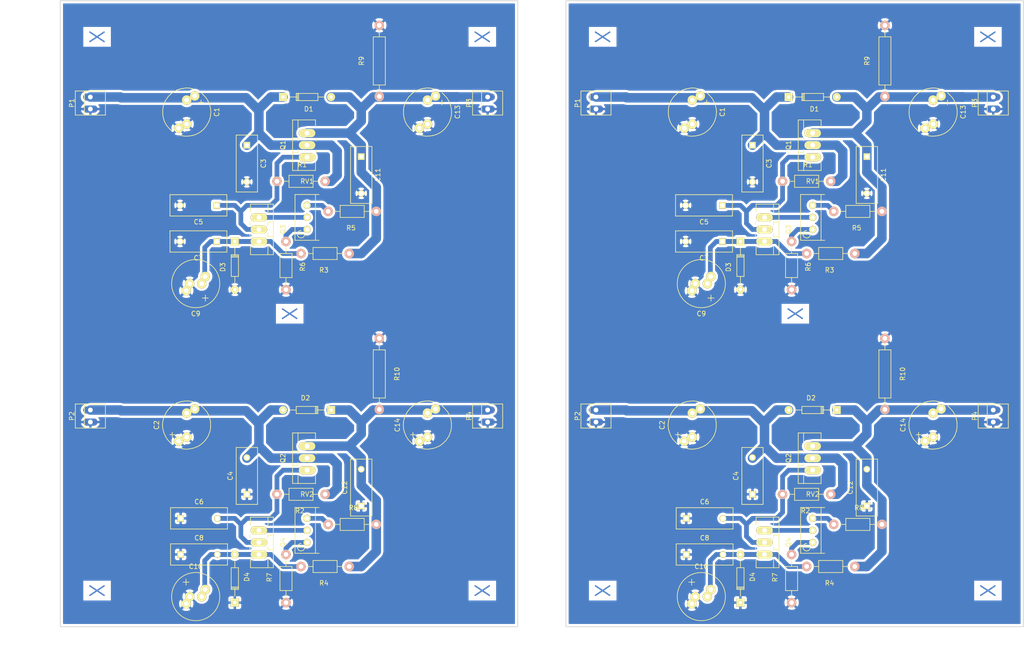
<source format=kicad_pcb>
(kicad_pcb (version 4) (host pcbnew 4.0.0-stable)
  (layers (0 F.Cu signal) (31 B.Cu signal) (34 B.Paste user) (35 F.Paste user) (36 B.SilkS user) (37 F.SilkS user) (38 B.Mask user) (39 F.Mask user) (44 Edge.Cuts user))
  (net 0 "")
  (net 1 "63-75V(+)")
  (net 2 COM)
  (net 3 VCC)
  (net 4 "63-75V(-)")
  (net 5 "Net-(C10-Pad2)")
  (net 6 VEE)
  (net 7 "Net-(Q3-Pad1)")
  (net 8 "Net-(C5-Pad1)")
  (net 9 "Net-(C6-Pad2)")
  (net 10 "Net-(C7-Pad1)")
  (net 11 "Net-(Q4-Pad1)")
  (net 12 "Net-(R5-Pad2)")
  (net 13 "Net-(R6-Pad1)")
  (net 14 "Net-(R7-Pad2)")
  (net 15 "Net-(R8-Pad1)")
  (module Diodes_ThroughHole:Diode_DO-35_SOD27_Horizontal_RM10 (layer F.Cu) (at 67.30948 40.64254)
    (fp_text reference D1 (at 5.43052 2.53746) (layer F.SilkS))
    (fp_text value D)
    (pad 2 thru_hole circle (at 10.16052 -0.00254 180) (size 1.69926 1.69926) (drill 0.70104) (layers *.Cu *.Mask F.SilkS) (net 3 VCC))
    (pad 1 thru_hole rect (at 0.00052 -0.00254 180) (size 1.69926 1.69926) (drill 0.70104) (layers *.Cu *.Mask F.SilkS) (net 1 "63-75V(+)"))
  )
  (module Diodes_ThroughHole:Diode_DO-35_SOD27_Horizontal_RM10 (layer F.Cu) (at 77.47052 106.67746 180)
    (fp_text reference D2 (at 5.43052 2.53746 180) (layer F.SilkS))
    (fp_text value D)
    (pad 2 thru_hole circle (at 10.16052 -0.00254) (size 1.69926 1.69926) (drill 0.70104) (layers *.Cu *.Mask F.SilkS) (net 4 "63-75V(-)"))
    (pad 1 thru_hole rect (at 0.00052 -0.00254) (size 1.69926 1.69926) (drill 0.70104) (layers *.Cu *.Mask F.SilkS) (net 6 VEE))
  )
  (module Diodes_ThroughHole:Diode_DO-35_SOD27_Horizontal_RM10 (layer F.Cu) (at 57.15 147.32 90)
    (fp_text reference D4 (at 5.43052 2.53746 90) (layer F.SilkS))
    (fp_text value ZENER)
    (pad 2 thru_hole circle (at 10.16052 -0.00254 270) (size 1.69926 1.69926) (drill 0.70104) (layers *.Cu *.Mask F.SilkS) (net 5 "Net-(C10-Pad2)"))
    (pad 1 thru_hole rect (at 0.00052 -0.00254 270) (size 1.69926 1.69926) (drill 0.70104) (layers *.Cu *.Mask F.SilkS) (net 2 COM))
  )
  (module Resistors_ThroughHole:Resistor_Horizontal_RM10mm (layer F.Cu) (at 71.12 58.42)
    (fp_text reference R1 (at 0.24892 -3.50012) (layer F.SilkS))
    (fp_text value 18k)
    (pad 1 thru_hole circle (at -5.08 0) (size 1.99898 1.99898) (drill 1.00076) (layers *.Cu *.SilkS *.Mask) (net 8 "Net-(C5-Pad1)"))
    (pad 2 thru_hole circle (at 5.08 0) (size 1.99898 1.99898) (drill 1.00076) (layers *.Cu *.SilkS *.Mask) (net 1 "63-75V(+)"))
  )
  (module Resistors_ThroughHole:Resistor_Horizontal_RM10mm (layer F.Cu) (at 71.12 124.46 180)
    (fp_text reference R2 (at 0.24892 -3.50012 180) (layer F.SilkS))
    (fp_text value 18k)
    (pad 1 thru_hole circle (at -5.08 0 180) (size 1.99898 1.99898) (drill 1.00076) (layers *.Cu *.SilkS *.Mask) (net 4 "63-75V(-)"))
    (pad 2 thru_hole circle (at 5.08 0 180) (size 1.99898 1.99898) (drill 1.00076) (layers *.Cu *.SilkS *.Mask) (net 9 "Net-(C6-Pad2)"))
  )
  (module Resistors_ThroughHole:Resistor_Horizontal_RM10mm (layer F.Cu) (at 76.2 73.66 180)
    (fp_text reference R3 (at 0.24892 -3.50012 180) (layer F.SilkS))
    (fp_text value 4.3k)
    (pad 1 thru_hole circle (at -5.08 0 180) (size 1.99898 1.99898) (drill 1.00076) (layers *.Cu *.SilkS *.Mask) (net 3 VCC))
    (pad 2 thru_hole circle (at 5.08 0 180) (size 1.99898 1.99898) (drill 1.00076) (layers *.Cu *.SilkS *.Mask) (net 10 "Net-(C7-Pad1)"))
  )
  (module Resistors_ThroughHole:Resistor_Horizontal_RM10mm (layer F.Cu) (at 76.2 139.7 180)
    (fp_text reference R4 (at 0.24892 -3.50012 180) (layer F.SilkS))
    (fp_text value 4.3k)
    (pad 1 thru_hole circle (at -5.08 0 180) (size 1.99898 1.99898) (drill 1.00076) (layers *.Cu *.SilkS *.Mask) (net 6 VEE))
    (pad 2 thru_hole circle (at 5.08 0 180) (size 1.99898 1.99898) (drill 1.00076) (layers *.Cu *.SilkS *.Mask) (net 5 "Net-(C10-Pad2)"))
  )
  (module Resistors_ThroughHole:Resistor_Horizontal_RM10mm (layer F.Cu) (at 81.915 64.77 180)
    (fp_text reference R5 (at 0.24892 -3.50012 180) (layer F.SilkS))
    (fp_text value 20k)
    (pad 1 thru_hole circle (at -5.08 0 180) (size 1.99898 1.99898) (drill 1.00076) (layers *.Cu *.SilkS *.Mask) (net 3 VCC))
    (pad 2 thru_hole circle (at 5.08 0 180) (size 1.99898 1.99898) (drill 1.00076) (layers *.Cu *.SilkS *.Mask) (net 12 "Net-(R5-Pad2)"))
  )
  (module Resistors_ThroughHole:Resistor_Horizontal_RM10mm (layer F.Cu) (at 67.945 76.2 270)
    (fp_text reference R6 (at 0.24892 -3.50012 270) (layer F.SilkS))
    (fp_text value 27k)
    (pad 1 thru_hole circle (at -5.08 0 270) (size 1.99898 1.99898) (drill 1.00076) (layers *.Cu *.SilkS *.Mask) (net 13 "Net-(R6-Pad1)"))
    (pad 2 thru_hole circle (at 5.08 0 270) (size 1.99898 1.99898) (drill 1.00076) (layers *.Cu *.SilkS *.Mask) (net 2 COM))
  )
  (module Resistors_ThroughHole:Resistor_Horizontal_RM10mm (layer F.Cu) (at 67.945 142.24 90)
    (fp_text reference R7 (at 0.24892 -3.50012 90) (layer F.SilkS))
    (fp_text value 27k)
    (pad 1 thru_hole circle (at -5.08 0 90) (size 1.99898 1.99898) (drill 1.00076) (layers *.Cu *.SilkS *.Mask) (net 2 COM))
    (pad 2 thru_hole circle (at 5.08 0 90) (size 1.99898 1.99898) (drill 1.00076) (layers *.Cu *.SilkS *.Mask) (net 14 "Net-(R7-Pad2)"))
  )
  (module Resistors_ThroughHole:Resistor_Horizontal_RM10mm (layer F.Cu) (at 81.915 130.81)
    (fp_text reference R8 (at 0.24892 -3.50012) (layer F.SilkS))
    (fp_text value 20k)
    (pad 1 thru_hole circle (at -5.08 0) (size 1.99898 1.99898) (drill 1.00076) (layers *.Cu *.SilkS *.Mask) (net 15 "Net-(R8-Pad1)"))
    (pad 2 thru_hole circle (at 5.08 0) (size 1.99898 1.99898) (drill 1.00076) (layers *.Cu *.SilkS *.Mask) (net 6 VEE))
  )
  (module TO_SOT_Packages_THT:TO-220_Neutral123_Vertical_LargePads (layer F.Cu) (at 72.39 50.8 90)
    (fp_text reference Q1 (at 0 -5.08 90) (layer F.SilkS))
    (fp_text value "NPN(TO-220-BCE)")
    (pad 2 thru_hole oval (at 0 0 180) (size 3.50012 1.69926) (drill 1.00076) (layers *.Cu *.Mask F.SilkS) (net 1 "63-75V(+)"))
    (pad 1 thru_hole oval (at -2.54 0 180) (size 3.50012 1.69926) (drill 1.00076) (layers *.Cu *.Mask F.SilkS) (net 8 "Net-(C5-Pad1)"))
    (pad 3 thru_hole oval (at 2.54 0 180) (size 3.50012 1.69926) (drill 1.00076) (layers *.Cu *.Mask F.SilkS) (net 3 VCC))
  )
  (module TO_SOT_Packages_THT:TO-220_Neutral123_Vertical_LargePads (layer F.Cu) (at 72.39 116.84 90)
    (fp_text reference Q2 (at 0 -5.08 90) (layer F.SilkS))
    (fp_text value "PNP(TO-220-BCE)")
    (pad 2 thru_hole oval (at 0 0 180) (size 3.50012 1.69926) (drill 1.00076) (layers *.Cu *.Mask F.SilkS) (net 4 "63-75V(-)"))
    (pad 1 thru_hole oval (at -2.54 0 180) (size 3.50012 1.69926) (drill 1.00076) (layers *.Cu *.Mask F.SilkS) (net 9 "Net-(C6-Pad2)"))
    (pad 3 thru_hole oval (at 2.54 0 180) (size 3.50012 1.69926) (drill 1.00076) (layers *.Cu *.Mask F.SilkS) (net 6 VEE))
  )
  (module TO_SOT_Packages_THT:TO-220_Neutral123_Vertical_LargePads (layer F.Cu) (at 62.23 68.58 270)
    (fp_text reference Q3 (at 0 -5.08 270) (layer F.SilkS))
    (fp_text value "NPN(TO-220-BCE)")
    (pad 2 thru_hole oval (at 0 0) (size 3.50012 1.69926) (drill 1.00076) (layers *.Cu *.Mask F.SilkS) (net 8 "Net-(C5-Pad1)"))
    (pad 1 thru_hole oval (at -2.54 0) (size 3.50012 1.69926) (drill 1.00076) (layers *.Cu *.Mask F.SilkS) (net 7 "Net-(Q3-Pad1)"))
    (pad 3 thru_hole oval (at 2.54 0) (size 3.50012 1.69926) (drill 1.00076) (layers *.Cu *.Mask F.SilkS) (net 10 "Net-(C7-Pad1)"))
  )
  (module TO_SOT_Packages_THT:TO-220_Neutral123_Vertical_LargePads (layer F.Cu) (at 62.23 134.62 270)
    (fp_text reference Q4 (at 0 -5.08 270) (layer F.SilkS))
    (fp_text value "PNP(TO-220-BCE)")
    (pad 2 thru_hole oval (at 0 0) (size 3.50012 1.69926) (drill 1.00076) (layers *.Cu *.Mask F.SilkS) (net 9 "Net-(C6-Pad2)"))
    (pad 1 thru_hole oval (at -2.54 0) (size 3.50012 1.69926) (drill 1.00076) (layers *.Cu *.Mask F.SilkS) (net 11 "Net-(Q4-Pad1)"))
    (pad 3 thru_hole oval (at 2.54 0) (size 3.50012 1.69926) (drill 1.00076) (layers *.Cu *.Mask F.SilkS) (net 5 "Net-(C10-Pad2)"))
  )
  (module Potentiometers:Potentiometer_Bourns_3296W_3-8Zoll_Inline_ScrewUp (layer F.Cu) (at 72.39 68.58)
    (fp_text reference RV1 (at 0 -10.16) (layer F.SilkS))
    (fp_text value 10k)
    (pad 2 thru_hole circle (at 0 -2.54) (size 1.524 1.524) (drill 0.8128) (layers *.Cu *.Mask F.SilkS) (net 7 "Net-(Q3-Pad1)"))
    (pad 3 thru_hole circle (at 0 -5.08) (size 1.524 1.524) (drill 0.8128) (layers *.Cu *.Mask F.SilkS) (net 12 "Net-(R5-Pad2)"))
    (pad 1 thru_hole circle (at 0 0) (size 1.524 1.524) (drill 0.8128) (layers *.Cu *.Mask F.SilkS) (net 13 "Net-(R6-Pad1)"))
  )
  (module Potentiometers:Potentiometer_Bourns_3296W_3-8Zoll_Inline_ScrewUp (layer F.Cu) (at 72.39 134.62)
    (fp_text reference RV2 (at 0 -10.16) (layer F.SilkS))
    (fp_text value 10k)
    (pad 2 thru_hole circle (at 0 -2.54) (size 1.524 1.524) (drill 0.8128) (layers *.Cu *.Mask F.SilkS) (net 11 "Net-(Q4-Pad1)"))
    (pad 3 thru_hole circle (at 0 -5.08) (size 1.524 1.524) (drill 0.8128) (layers *.Cu *.Mask F.SilkS) (net 15 "Net-(R8-Pad1)"))
    (pad 1 thru_hole circle (at 0 0) (size 1.524 1.524) (drill 0.8128) (layers *.Cu *.Mask F.SilkS) (net 14 "Net-(R7-Pad2)"))
  )
  (module Connect:PINHEAD1-2 (layer F.Cu) (at 26.67 107.95 90)
    (fp_text reference P2 (at 0 -3.9 90) (layer F.SilkS))
    (fp_text value CONN_01X02)
    (pad 1 thru_hole oval (at -1.27 0 90) (size 1.50622 3.01498) (drill 0.99822) (layers *.Cu *.Mask) (net 2 COM))
    (pad 2 thru_hole oval (at 1.27 0 90) (size 1.50622 3.01498) (drill 0.99822) (layers *.Cu *.Mask) (net 4 "63-75V(-)"))
  )
  (module Diodes_ThroughHole:Diode_DO-35_SOD27_Horizontal_RM10 (layer F.Cu) (at 57.14746 71.11948 270)
    (fp_text reference D3 (at 5.43052 2.53746 270) (layer F.SilkS))
    (fp_text value ZENER)
    (pad 2 thru_hole circle (at 10.16052 -0.00254 90) (size 1.69926 1.69926) (drill 0.70104) (layers *.Cu *.Mask F.SilkS) (net 2 COM))
    (pad 1 thru_hole rect (at 0.00052 -0.00254 90) (size 1.69926 1.69926) (drill 0.70104) (layers *.Cu *.Mask F.SilkS) (net 10 "Net-(C7-Pad1)"))
  )
  (module Connect:PINHEAD1-2 (layer F.Cu) (at 26.67 41.91 90)
    (fp_text reference P1 (at 0 -3.9 90) (layer F.SilkS))
    (fp_text value CONN_01X02)
    (pad 1 thru_hole oval (at -1.27 0 90) (size 1.50622 3.01498) (drill 0.99822) (layers *.Cu *.Mask) (net 2 COM))
    (pad 2 thru_hole oval (at 1.27 0 90) (size 1.50622 3.01498) (drill 0.99822) (layers *.Cu *.Mask) (net 1 "63-75V(+)"))
  )
  (module Connect:PINHEAD1-2 (layer F.Cu) (at 110.49 41.91 90)
    (fp_text reference P3 (at 0 -3.9 90) (layer F.SilkS))
    (fp_text value CONN_01X02)
    (pad 1 thru_hole oval (at -1.27 0 90) (size 1.50622 3.01498) (drill 0.99822) (layers *.Cu *.Mask) (net 2 COM))
    (pad 2 thru_hole oval (at 1.27 0 90) (size 1.50622 3.01498) (drill 0.99822) (layers *.Cu *.Mask) (net 3 VCC))
  )
  (module Connect:PINHEAD1-2 (layer F.Cu) (at 110.49 107.95 90)
    (fp_text reference P4 (at 0 -3.9 90) (layer F.SilkS))
    (fp_text value CONN_01X02)
    (pad 1 thru_hole oval (at -1.27 0 90) (size 1.50622 3.01498) (drill 0.99822) (layers *.Cu *.Mask) (net 2 COM))
    (pad 2 thru_hole oval (at 1.27 0 90) (size 1.50622 3.01498) (drill 0.99822) (layers *.Cu *.Mask) (net 6 VEE))
  )
  (module Capacitors_ThroughHole:C_Radial_D10_L20_P5-7.5 (layer F.Cu) (at 46.99 43.815 270)
    (fp_text reference C1 (at 0 -6.35 270) (layer F.SilkS))
    (fp_text value 820uF,100V)
    (pad 2 thru_hole circle (at 3.40106 1.69926 270) (size 1.99898 1.99898) (drill 1.00076) (layers *.Cu *.Mask F.SilkS) (net 2 COM))
    (pad 1 thru_hole circle (at -3.40106 -1.69926 270) (size 1.99898 1.99898) (drill 1.00076) (layers *.Cu *.Mask F.SilkS) (net 1 "63-75V(+)"))
    (pad 2 thru_hole circle (at 2.54 0 270) (size 1.99898 1.99898) (drill 1.00076) (layers *.Cu *.Mask F.SilkS) (net 2 COM))
    (pad 1 thru_hole circle (at -2.54 0 270) (size 1.99898 1.99898) (drill 1.00076) (layers *.Cu *.Mask F.SilkS) (net 1 "63-75V(+)"))
  )
  (module Capacitors_ThroughHole:C_Radial_D10_L20_P5-7.5 (layer F.Cu) (at 46.99 109.855 90)
    (fp_text reference C2 (at 0 -6.35 90) (layer F.SilkS))
    (fp_text value 820uF,100V)
    (pad 2 thru_hole circle (at 3.40106 1.69926 90) (size 1.99898 1.99898) (drill 1.00076) (layers *.Cu *.Mask F.SilkS) (net 4 "63-75V(-)"))
    (pad 1 thru_hole circle (at -3.40106 -1.69926 90) (size 1.99898 1.99898) (drill 1.00076) (layers *.Cu *.Mask F.SilkS) (net 2 COM))
    (pad 2 thru_hole circle (at 2.54 0 90) (size 1.99898 1.99898) (drill 1.00076) (layers *.Cu *.Mask F.SilkS) (net 4 "63-75V(-)"))
    (pad 1 thru_hole circle (at -2.54 0 90) (size 1.99898 1.99898) (drill 1.00076) (layers *.Cu *.Mask F.SilkS) (net 2 COM))
  )
  (module Capacitors_ThroughHole:C_Disc_D12_P7.75 (layer F.Cu) (at 59.69 50.8 270)
    (fp_text reference C3 (at 3.875 -3.5 270) (layer F.SilkS))
    (fp_text value 0.1uF,125V)
    (pad 1 thru_hole rect (at 0 0 270) (size 1.4 1.4) (drill 0.9) (layers *.Cu *.Mask F.SilkS) (net 1 "63-75V(+)"))
    (pad 2 thru_hole circle (at 7.75 0 270) (size 1.4 1.4) (drill 0.9) (layers *.Cu *.Mask F.SilkS) (net 2 COM))
  )
  (module Capacitors_ThroughHole:C_Disc_D12_P7.75 (layer F.Cu) (at 59.69 124.46 90)
    (fp_text reference C4 (at 3.875 -3.5 90) (layer F.SilkS))
    (fp_text value 0.1uF,125V)
    (pad 1 thru_hole rect (at 0 0 90) (size 1.4 1.4) (drill 0.9) (layers *.Cu *.Mask F.SilkS) (net 2 COM))
    (pad 2 thru_hole circle (at 7.75 0 90) (size 1.4 1.4) (drill 0.9) (layers *.Cu *.Mask F.SilkS) (net 4 "63-75V(-)"))
  )
  (module Capacitors_ThroughHole:C_Disc_D12_P7.75 (layer F.Cu) (at 53.34 63.5 180)
    (fp_text reference C5 (at 3.875 -3.5 180) (layer F.SilkS))
    (fp_text value 0.47uF,125V)
    (pad 1 thru_hole rect (at 0 0 180) (size 1.4 1.4) (drill 0.9) (layers *.Cu *.Mask F.SilkS) (net 8 "Net-(C5-Pad1)"))
    (pad 2 thru_hole circle (at 7.75 0 180) (size 1.4 1.4) (drill 0.9) (layers *.Cu *.Mask F.SilkS) (net 2 COM))
  )
  (module Capacitors_ThroughHole:C_Disc_D12_P7.75 (layer F.Cu) (at 45.72 129.54)
    (fp_text reference C6 (at 3.875 -3.5) (layer F.SilkS))
    (fp_text value 0.47uF,125V)
    (pad 1 thru_hole rect (at 0 0) (size 1.4 1.4) (drill 0.9) (layers *.Cu *.Mask F.SilkS) (net 2 COM))
    (pad 2 thru_hole circle (at 7.75 0) (size 1.4 1.4) (drill 0.9) (layers *.Cu *.Mask F.SilkS) (net 9 "Net-(C6-Pad2)"))
  )
  (module Capacitors_ThroughHole:C_Disc_D12_P7.75 (layer F.Cu) (at 53.34 71.12 180)
    (fp_text reference C7 (at 3.875 -3.5 180) (layer F.SilkS))
    (fp_text value 0.1uF,60V+)
    (pad 1 thru_hole rect (at 0 0 180) (size 1.4 1.4) (drill 0.9) (layers *.Cu *.Mask F.SilkS) (net 10 "Net-(C7-Pad1)"))
    (pad 2 thru_hole circle (at 7.75 0 180) (size 1.4 1.4) (drill 0.9) (layers *.Cu *.Mask F.SilkS) (net 2 COM))
  )
  (module Capacitors_ThroughHole:C_Disc_D12_P7.75 (layer F.Cu) (at 45.72 137.16)
    (fp_text reference C8 (at 3.875 -3.5) (layer F.SilkS))
    (fp_text value 0.1uF,60V+)
    (pad 1 thru_hole rect (at 0 0) (size 1.4 1.4) (drill 0.9) (layers *.Cu *.Mask F.SilkS) (net 2 COM))
    (pad 2 thru_hole circle (at 7.75 0) (size 1.4 1.4) (drill 0.9) (layers *.Cu *.Mask F.SilkS) (net 5 "Net-(C10-Pad2)"))
  )
  (module Capacitors_ThroughHole:C_Radial_D10_L20_P2.5-5 (layer F.Cu) (at 48.895 80.01 180)
    (fp_text reference C9 (at 0 -6.35 180) (layer F.SilkS))
    (fp_text value 22uF,60V+)
    (pad 1 thru_hole circle (at -1.27 0 180) (size 1.99898 1.99898) (drill 1.00076) (layers *.Cu *.Mask F.SilkS) (net 10 "Net-(C7-Pad1)"))
    (pad 1 thru_hole circle (at -1.99898 1.50114 180) (size 1.99898 1.99898) (drill 1.00076) (layers *.Cu *.Mask F.SilkS) (net 10 "Net-(C7-Pad1)"))
    (pad 2 thru_hole circle (at 1.27 0 180) (size 1.99898 1.99898) (drill 1.00076) (layers *.Cu *.Mask F.SilkS) (net 2 COM))
    (pad 2 thru_hole circle (at 1.99898 -1.50114 180) (size 1.99898 1.99898) (drill 1.00076) (layers *.Cu *.Mask F.SilkS) (net 2 COM))
  )
  (module Capacitors_ThroughHole:C_Radial_D10_L20_P2.5-5 (layer F.Cu) (at 48.895 146.05)
    (fp_text reference C10 (at 0 -6.35) (layer F.SilkS))
    (fp_text value 22uF,60V+)
    (pad 1 thru_hole circle (at -1.27 0) (size 1.99898 1.99898) (drill 1.00076) (layers *.Cu *.Mask F.SilkS) (net 2 COM))
    (pad 1 thru_hole circle (at -1.99898 1.50114) (size 1.99898 1.99898) (drill 1.00076) (layers *.Cu *.Mask F.SilkS) (net 2 COM))
    (pad 2 thru_hole circle (at 1.27 0) (size 1.99898 1.99898) (drill 1.00076) (layers *.Cu *.Mask F.SilkS) (net 5 "Net-(C10-Pad2)"))
    (pad 2 thru_hole circle (at 1.99898 -1.50114) (size 1.99898 1.99898) (drill 1.00076) (layers *.Cu *.Mask F.SilkS) (net 5 "Net-(C10-Pad2)"))
  )
  (module Capacitors_ThroughHole:C_Disc_D12_P7.75 (layer F.Cu) (at 83.82 53.21 270)
    (fp_text reference C11 (at 3.875 -3.5 270) (layer F.SilkS))
    (fp_text value 0.1uF,60V+)
    (pad 1 thru_hole rect (at 0 0 270) (size 1.4 1.4) (drill 0.9) (layers *.Cu *.Mask F.SilkS) (net 3 VCC))
    (pad 2 thru_hole circle (at 7.75 0 270) (size 1.4 1.4) (drill 0.9) (layers *.Cu *.Mask F.SilkS) (net 2 COM))
  )
  (module Capacitors_ThroughHole:C_Disc_D12_P7.75 (layer F.Cu) (at 83.82 126.92 90)
    (fp_text reference C12 (at 3.875 -3.5 90) (layer F.SilkS))
    (fp_text value 0.1uF,60V+)
    (pad 1 thru_hole rect (at 0 0 90) (size 1.4 1.4) (drill 0.9) (layers *.Cu *.Mask F.SilkS) (net 2 COM))
    (pad 2 thru_hole circle (at 7.75 0 90) (size 1.4 1.4) (drill 0.9) (layers *.Cu *.Mask F.SilkS) (net 6 VEE))
  )
  (module Capacitors_ThroughHole:C_Radial_D10_L20_P5-7.5 (layer F.Cu) (at 97.79 43.815 270)
    (fp_text reference C13 (at 0 -6.35 270) (layer F.SilkS))
    (fp_text value 470uF,200V)
    (pad 2 thru_hole circle (at 3.40106 1.69926 270) (size 1.99898 1.99898) (drill 1.00076) (layers *.Cu *.Mask F.SilkS) (net 2 COM))
    (pad 1 thru_hole circle (at -3.40106 -1.69926 270) (size 1.99898 1.99898) (drill 1.00076) (layers *.Cu *.Mask F.SilkS) (net 3 VCC))
    (pad 2 thru_hole circle (at 2.54 0 270) (size 1.99898 1.99898) (drill 1.00076) (layers *.Cu *.Mask F.SilkS) (net 2 COM))
    (pad 1 thru_hole circle (at -2.54 0 270) (size 1.99898 1.99898) (drill 1.00076) (layers *.Cu *.Mask F.SilkS) (net 3 VCC))
  )
  (module Capacitors_ThroughHole:C_Radial_D10_L20_P5-7.5 (layer F.Cu) (at 97.79 109.855 90)
    (fp_text reference C14 (at 0 -6.35 90) (layer F.SilkS))
    (fp_text value 470uF,200V)
    (pad 2 thru_hole circle (at 3.40106 1.69926 90) (size 1.99898 1.99898) (drill 1.00076) (layers *.Cu *.Mask F.SilkS) (net 6 VEE))
    (pad 1 thru_hole circle (at -3.40106 -1.69926 90) (size 1.99898 1.99898) (drill 1.00076) (layers *.Cu *.Mask F.SilkS) (net 2 COM))
    (pad 2 thru_hole circle (at 2.54 0 90) (size 1.99898 1.99898) (drill 1.00076) (layers *.Cu *.Mask F.SilkS) (net 6 VEE))
    (pad 1 thru_hole circle (at -2.54 0 90) (size 1.99898 1.99898) (drill 1.00076) (layers *.Cu *.Mask F.SilkS) (net 2 COM))
  )
  (module Resistors_ThroughHole:Resistor_Horizontal_RM15mm (layer F.Cu) (at 87.63 33.02 90)
    (fp_text reference R9 (at 0 -3.74904 90) (layer F.SilkS))
    (fp_text value 8.2k,0.5W+)
    (pad 1 thru_hole circle (at -7.5 0 90) (size 1.99898 1.99898) (drill 1.00076) (layers *.Cu *.SilkS *.Mask) (net 3 VCC))
    (pad 2 thru_hole circle (at 7.5 0 90) (size 1.99898 1.99898) (drill 1.00076) (layers *.Cu *.SilkS *.Mask) (net 2 COM))
  )
  (module Resistors_ThroughHole:Resistor_Horizontal_RM15mm (layer F.Cu) (at 87.63 99.06 270)
    (fp_text reference R10 (at 0 -3.74904 270) (layer F.SilkS))
    (fp_text value 8.2k,0.5W+)
    (pad 1 thru_hole circle (at -7.5 0 270) (size 1.99898 1.99898) (drill 1.00076) (layers *.Cu *.SilkS *.Mask) (net 2 COM))
    (pad 2 thru_hole circle (at 7.5 0 270) (size 1.99898 1.99898) (drill 1.00076) (layers *.Cu *.SilkS *.Mask) (net 6 VEE))
  )
  (module Diodes_ThroughHole:Diode_DO-35_SOD27_Horizontal_RM10 (layer F.Cu) (at 173.98948 40.64254)
    (fp_text reference D1 (at 5.43052 2.53746) (layer F.SilkS))
    (fp_text value D)
    (pad 2 thru_hole circle (at 10.16052 -0.00254 180) (size 1.69926 1.69926) (drill 0.70104) (layers *.Cu *.Mask F.SilkS) (net 3 VCC))
    (pad 1 thru_hole rect (at 0.00052 -0.00254 180) (size 1.69926 1.69926) (drill 0.70104) (layers *.Cu *.Mask F.SilkS) (net 1 "63-75V(+)"))
  )
  (module Diodes_ThroughHole:Diode_DO-35_SOD27_Horizontal_RM10 (layer F.Cu) (at 184.15052 106.67746 180)
    (fp_text reference D2 (at 5.43052 2.53746 180) (layer F.SilkS))
    (fp_text value D)
    (pad 2 thru_hole circle (at 10.16052 -0.00254) (size 1.69926 1.69926) (drill 0.70104) (layers *.Cu *.Mask F.SilkS) (net 4 "63-75V(-)"))
    (pad 1 thru_hole rect (at 0.00052 -0.00254) (size 1.69926 1.69926) (drill 0.70104) (layers *.Cu *.Mask F.SilkS) (net 6 VEE))
  )
  (module Diodes_ThroughHole:Diode_DO-35_SOD27_Horizontal_RM10 (layer F.Cu) (at 163.83 147.32 90)
    (fp_text reference D4 (at 5.43052 2.53746 90) (layer F.SilkS))
    (fp_text value ZENER)
    (pad 2 thru_hole circle (at 10.16052 -0.00254 270) (size 1.69926 1.69926) (drill 0.70104) (layers *.Cu *.Mask F.SilkS) (net 5 "Net-(C10-Pad2)"))
    (pad 1 thru_hole rect (at 0.00052 -0.00254 270) (size 1.69926 1.69926) (drill 0.70104) (layers *.Cu *.Mask F.SilkS) (net 2 COM))
  )
  (module Resistors_ThroughHole:Resistor_Horizontal_RM10mm (layer F.Cu) (at 177.8 58.42)
    (fp_text reference R1 (at 0.24892 -3.50012) (layer F.SilkS))
    (fp_text value 18k)
    (pad 1 thru_hole circle (at -5.08 0) (size 1.99898 1.99898) (drill 1.00076) (layers *.Cu *.SilkS *.Mask) (net 8 "Net-(C5-Pad1)"))
    (pad 2 thru_hole circle (at 5.08 0) (size 1.99898 1.99898) (drill 1.00076) (layers *.Cu *.SilkS *.Mask) (net 1 "63-75V(+)"))
  )
  (module Resistors_ThroughHole:Resistor_Horizontal_RM10mm (layer F.Cu) (at 177.8 124.46 180)
    (fp_text reference R2 (at 0.24892 -3.50012 180) (layer F.SilkS))
    (fp_text value 18k)
    (pad 1 thru_hole circle (at -5.08 0 180) (size 1.99898 1.99898) (drill 1.00076) (layers *.Cu *.SilkS *.Mask) (net 4 "63-75V(-)"))
    (pad 2 thru_hole circle (at 5.08 0 180) (size 1.99898 1.99898) (drill 1.00076) (layers *.Cu *.SilkS *.Mask) (net 9 "Net-(C6-Pad2)"))
  )
  (module Resistors_ThroughHole:Resistor_Horizontal_RM10mm (layer F.Cu) (at 182.88 73.66 180)
    (fp_text reference R3 (at 0.24892 -3.50012 180) (layer F.SilkS))
    (fp_text value 4.3k)
    (pad 1 thru_hole circle (at -5.08 0 180) (size 1.99898 1.99898) (drill 1.00076) (layers *.Cu *.SilkS *.Mask) (net 3 VCC))
    (pad 2 thru_hole circle (at 5.08 0 180) (size 1.99898 1.99898) (drill 1.00076) (layers *.Cu *.SilkS *.Mask) (net 10 "Net-(C7-Pad1)"))
  )
  (module Resistors_ThroughHole:Resistor_Horizontal_RM10mm (layer F.Cu) (at 182.88 139.7 180)
    (fp_text reference R4 (at 0.24892 -3.50012 180) (layer F.SilkS))
    (fp_text value 4.3k)
    (pad 1 thru_hole circle (at -5.08 0 180) (size 1.99898 1.99898) (drill 1.00076) (layers *.Cu *.SilkS *.Mask) (net 6 VEE))
    (pad 2 thru_hole circle (at 5.08 0 180) (size 1.99898 1.99898) (drill 1.00076) (layers *.Cu *.SilkS *.Mask) (net 5 "Net-(C10-Pad2)"))
  )
  (module Resistors_ThroughHole:Resistor_Horizontal_RM10mm (layer F.Cu) (at 188.595 64.77 180)
    (fp_text reference R5 (at 0.24892 -3.50012 180) (layer F.SilkS))
    (fp_text value 20k)
    (pad 1 thru_hole circle (at -5.08 0 180) (size 1.99898 1.99898) (drill 1.00076) (layers *.Cu *.SilkS *.Mask) (net 3 VCC))
    (pad 2 thru_hole circle (at 5.08 0 180) (size 1.99898 1.99898) (drill 1.00076) (layers *.Cu *.SilkS *.Mask) (net 12 "Net-(R5-Pad2)"))
  )
  (module Resistors_ThroughHole:Resistor_Horizontal_RM10mm (layer F.Cu) (at 174.625 76.2 270)
    (fp_text reference R6 (at 0.24892 -3.50012 270) (layer F.SilkS))
    (fp_text value 27k)
    (pad 1 thru_hole circle (at -5.08 0 270) (size 1.99898 1.99898) (drill 1.00076) (layers *.Cu *.SilkS *.Mask) (net 13 "Net-(R6-Pad1)"))
    (pad 2 thru_hole circle (at 5.08 0 270) (size 1.99898 1.99898) (drill 1.00076) (layers *.Cu *.SilkS *.Mask) (net 2 COM))
  )
  (module Resistors_ThroughHole:Resistor_Horizontal_RM10mm (layer F.Cu) (at 174.625 142.24 90)
    (fp_text reference R7 (at 0.24892 -3.50012 90) (layer F.SilkS))
    (fp_text value 27k)
    (pad 1 thru_hole circle (at -5.08 0 90) (size 1.99898 1.99898) (drill 1.00076) (layers *.Cu *.SilkS *.Mask) (net 2 COM))
    (pad 2 thru_hole circle (at 5.08 0 90) (size 1.99898 1.99898) (drill 1.00076) (layers *.Cu *.SilkS *.Mask) (net 14 "Net-(R7-Pad2)"))
  )
  (module Resistors_ThroughHole:Resistor_Horizontal_RM10mm (layer F.Cu) (at 188.595 130.81)
    (fp_text reference R8 (at 0.24892 -3.50012) (layer F.SilkS))
    (fp_text value 20k)
    (pad 1 thru_hole circle (at -5.08 0) (size 1.99898 1.99898) (drill 1.00076) (layers *.Cu *.SilkS *.Mask) (net 15 "Net-(R8-Pad1)"))
    (pad 2 thru_hole circle (at 5.08 0) (size 1.99898 1.99898) (drill 1.00076) (layers *.Cu *.SilkS *.Mask) (net 6 VEE))
  )
  (module TO_SOT_Packages_THT:TO-220_Neutral123_Vertical_LargePads (layer F.Cu) (at 179.07 50.8 90)
    (fp_text reference Q1 (at 0 -5.08 90) (layer F.SilkS))
    (fp_text value "NPN(TO-220-BCE)")
    (pad 2 thru_hole oval (at 0 0 180) (size 3.50012 1.69926) (drill 1.00076) (layers *.Cu *.Mask F.SilkS) (net 1 "63-75V(+)"))
    (pad 1 thru_hole oval (at -2.54 0 180) (size 3.50012 1.69926) (drill 1.00076) (layers *.Cu *.Mask F.SilkS) (net 8 "Net-(C5-Pad1)"))
    (pad 3 thru_hole oval (at 2.54 0 180) (size 3.50012 1.69926) (drill 1.00076) (layers *.Cu *.Mask F.SilkS) (net 3 VCC))
  )
  (module TO_SOT_Packages_THT:TO-220_Neutral123_Vertical_LargePads (layer F.Cu) (at 179.07 116.84 90)
    (fp_text reference Q2 (at 0 -5.08 90) (layer F.SilkS))
    (fp_text value "PNP(TO-220-BCE)")
    (pad 2 thru_hole oval (at 0 0 180) (size 3.50012 1.69926) (drill 1.00076) (layers *.Cu *.Mask F.SilkS) (net 4 "63-75V(-)"))
    (pad 1 thru_hole oval (at -2.54 0 180) (size 3.50012 1.69926) (drill 1.00076) (layers *.Cu *.Mask F.SilkS) (net 9 "Net-(C6-Pad2)"))
    (pad 3 thru_hole oval (at 2.54 0 180) (size 3.50012 1.69926) (drill 1.00076) (layers *.Cu *.Mask F.SilkS) (net 6 VEE))
  )
  (module TO_SOT_Packages_THT:TO-220_Neutral123_Vertical_LargePads (layer F.Cu) (at 168.91 68.58 270)
    (fp_text reference Q3 (at 0 -5.08 270) (layer F.SilkS))
    (fp_text value "NPN(TO-220-BCE)")
    (pad 2 thru_hole oval (at 0 0) (size 3.50012 1.69926) (drill 1.00076) (layers *.Cu *.Mask F.SilkS) (net 8 "Net-(C5-Pad1)"))
    (pad 1 thru_hole oval (at -2.54 0) (size 3.50012 1.69926) (drill 1.00076) (layers *.Cu *.Mask F.SilkS) (net 7 "Net-(Q3-Pad1)"))
    (pad 3 thru_hole oval (at 2.54 0) (size 3.50012 1.69926) (drill 1.00076) (layers *.Cu *.Mask F.SilkS) (net 10 "Net-(C7-Pad1)"))
  )
  (module TO_SOT_Packages_THT:TO-220_Neutral123_Vertical_LargePads (layer F.Cu) (at 168.91 134.62 270)
    (fp_text reference Q4 (at 0 -5.08 270) (layer F.SilkS))
    (fp_text value "PNP(TO-220-BCE)")
    (pad 2 thru_hole oval (at 0 0) (size 3.50012 1.69926) (drill 1.00076) (layers *.Cu *.Mask F.SilkS) (net 9 "Net-(C6-Pad2)"))
    (pad 1 thru_hole oval (at -2.54 0) (size 3.50012 1.69926) (drill 1.00076) (layers *.Cu *.Mask F.SilkS) (net 11 "Net-(Q4-Pad1)"))
    (pad 3 thru_hole oval (at 2.54 0) (size 3.50012 1.69926) (drill 1.00076) (layers *.Cu *.Mask F.SilkS) (net 5 "Net-(C10-Pad2)"))
  )
  (module Potentiometers:Potentiometer_Bourns_3296W_3-8Zoll_Inline_ScrewUp (layer F.Cu) (at 179.07 68.58)
    (fp_text reference RV1 (at 0 -10.16) (layer F.SilkS))
    (fp_text value 10k)
    (pad 2 thru_hole circle (at 0 -2.54) (size 1.524 1.524) (drill 0.8128) (layers *.Cu *.Mask F.SilkS) (net 7 "Net-(Q3-Pad1)"))
    (pad 3 thru_hole circle (at 0 -5.08) (size 1.524 1.524) (drill 0.8128) (layers *.Cu *.Mask F.SilkS) (net 12 "Net-(R5-Pad2)"))
    (pad 1 thru_hole circle (at 0 0) (size 1.524 1.524) (drill 0.8128) (layers *.Cu *.Mask F.SilkS) (net 13 "Net-(R6-Pad1)"))
  )
  (module Potentiometers:Potentiometer_Bourns_3296W_3-8Zoll_Inline_ScrewUp (layer F.Cu) (at 179.07 134.62)
    (fp_text reference RV2 (at 0 -10.16) (layer F.SilkS))
    (fp_text value 10k)
    (pad 2 thru_hole circle (at 0 -2.54) (size 1.524 1.524) (drill 0.8128) (layers *.Cu *.Mask F.SilkS) (net 11 "Net-(Q4-Pad1)"))
    (pad 3 thru_hole circle (at 0 -5.08) (size 1.524 1.524) (drill 0.8128) (layers *.Cu *.Mask F.SilkS) (net 15 "Net-(R8-Pad1)"))
    (pad 1 thru_hole circle (at 0 0) (size 1.524 1.524) (drill 0.8128) (layers *.Cu *.Mask F.SilkS) (net 14 "Net-(R7-Pad2)"))
  )
  (module Connect:PINHEAD1-2 (layer F.Cu) (at 133.35 107.95 90)
    (fp_text reference P2 (at 0 -3.9 90) (layer F.SilkS))
    (fp_text value CONN_01X02)
    (pad 1 thru_hole oval (at -1.27 0 90) (size 1.50622 3.01498) (drill 0.99822) (layers *.Cu *.Mask) (net 2 COM))
    (pad 2 thru_hole oval (at 1.27 0 90) (size 1.50622 3.01498) (drill 0.99822) (layers *.Cu *.Mask) (net 4 "63-75V(-)"))
  )
  (module Diodes_ThroughHole:Diode_DO-35_SOD27_Horizontal_RM10 (layer F.Cu) (at 163.82746 71.11948 270)
    (fp_text reference D3 (at 5.43052 2.53746 270) (layer F.SilkS))
    (fp_text value ZENER)
    (pad 2 thru_hole circle (at 10.16052 -0.00254 90) (size 1.69926 1.69926) (drill 0.70104) (layers *.Cu *.Mask F.SilkS) (net 2 COM))
    (pad 1 thru_hole rect (at 0.00052 -0.00254 90) (size 1.69926 1.69926) (drill 0.70104) (layers *.Cu *.Mask F.SilkS) (net 10 "Net-(C7-Pad1)"))
  )
  (module Connect:PINHEAD1-2 (layer F.Cu) (at 133.35 41.91 90)
    (fp_text reference P1 (at 0 -3.9 90) (layer F.SilkS))
    (fp_text value CONN_01X02)
    (pad 1 thru_hole oval (at -1.27 0 90) (size 1.50622 3.01498) (drill 0.99822) (layers *.Cu *.Mask) (net 2 COM))
    (pad 2 thru_hole oval (at 1.27 0 90) (size 1.50622 3.01498) (drill 0.99822) (layers *.Cu *.Mask) (net 1 "63-75V(+)"))
  )
  (module Connect:PINHEAD1-2 (layer F.Cu) (at 217.17 41.91 90)
    (fp_text reference P3 (at 0 -3.9 90) (layer F.SilkS))
    (fp_text value CONN_01X02)
    (pad 1 thru_hole oval (at -1.27 0 90) (size 1.50622 3.01498) (drill 0.99822) (layers *.Cu *.Mask) (net 2 COM))
    (pad 2 thru_hole oval (at 1.27 0 90) (size 1.50622 3.01498) (drill 0.99822) (layers *.Cu *.Mask) (net 3 VCC))
  )
  (module Connect:PINHEAD1-2 (layer F.Cu) (at 217.17 107.95 90)
    (fp_text reference P4 (at 0 -3.9 90) (layer F.SilkS))
    (fp_text value CONN_01X02)
    (pad 1 thru_hole oval (at -1.27 0 90) (size 1.50622 3.01498) (drill 0.99822) (layers *.Cu *.Mask) (net 2 COM))
    (pad 2 thru_hole oval (at 1.27 0 90) (size 1.50622 3.01498) (drill 0.99822) (layers *.Cu *.Mask) (net 6 VEE))
  )
  (module Capacitors_ThroughHole:C_Radial_D10_L20_P5-7.5 (layer F.Cu) (at 153.67 43.815 270)
    (fp_text reference C1 (at 0 -6.35 270) (layer F.SilkS))
    (fp_text value 820uF,100V)
    (pad 2 thru_hole circle (at 3.40106 1.69926 270) (size 1.99898 1.99898) (drill 1.00076) (layers *.Cu *.Mask F.SilkS) (net 2 COM))
    (pad 1 thru_hole circle (at -3.40106 -1.69926 270) (size 1.99898 1.99898) (drill 1.00076) (layers *.Cu *.Mask F.SilkS) (net 1 "63-75V(+)"))
    (pad 2 thru_hole circle (at 2.54 0 270) (size 1.99898 1.99898) (drill 1.00076) (layers *.Cu *.Mask F.SilkS) (net 2 COM))
    (pad 1 thru_hole circle (at -2.54 0 270) (size 1.99898 1.99898) (drill 1.00076) (layers *.Cu *.Mask F.SilkS) (net 1 "63-75V(+)"))
  )
  (module Capacitors_ThroughHole:C_Radial_D10_L20_P5-7.5 (layer F.Cu) (at 153.67 109.855 90)
    (fp_text reference C2 (at 0 -6.35 90) (layer F.SilkS))
    (fp_text value 820uF,100V)
    (pad 2 thru_hole circle (at 3.40106 1.69926 90) (size 1.99898 1.99898) (drill 1.00076) (layers *.Cu *.Mask F.SilkS) (net 4 "63-75V(-)"))
    (pad 1 thru_hole circle (at -3.40106 -1.69926 90) (size 1.99898 1.99898) (drill 1.00076) (layers *.Cu *.Mask F.SilkS) (net 2 COM))
    (pad 2 thru_hole circle (at 2.54 0 90) (size 1.99898 1.99898) (drill 1.00076) (layers *.Cu *.Mask F.SilkS) (net 4 "63-75V(-)"))
    (pad 1 thru_hole circle (at -2.54 0 90) (size 1.99898 1.99898) (drill 1.00076) (layers *.Cu *.Mask F.SilkS) (net 2 COM))
  )
  (module Capacitors_ThroughHole:C_Disc_D12_P7.75 (layer F.Cu) (at 166.37 50.8 270)
    (fp_text reference C3 (at 3.875 -3.5 270) (layer F.SilkS))
    (fp_text value 0.1uF,125V)
    (pad 1 thru_hole rect (at 0 0 270) (size 1.4 1.4) (drill 0.9) (layers *.Cu *.Mask F.SilkS) (net 1 "63-75V(+)"))
    (pad 2 thru_hole circle (at 7.75 0 270) (size 1.4 1.4) (drill 0.9) (layers *.Cu *.Mask F.SilkS) (net 2 COM))
  )
  (module Capacitors_ThroughHole:C_Disc_D12_P7.75 (layer F.Cu) (at 166.37 124.46 90)
    (fp_text reference C4 (at 3.875 -3.5 90) (layer F.SilkS))
    (fp_text value 0.1uF,125V)
    (pad 1 thru_hole rect (at 0 0 90) (size 1.4 1.4) (drill 0.9) (layers *.Cu *.Mask F.SilkS) (net 2 COM))
    (pad 2 thru_hole circle (at 7.75 0 90) (size 1.4 1.4) (drill 0.9) (layers *.Cu *.Mask F.SilkS) (net 4 "63-75V(-)"))
  )
  (module Capacitors_ThroughHole:C_Disc_D12_P7.75 (layer F.Cu) (at 160.02 63.5 180)
    (fp_text reference C5 (at 3.875 -3.5 180) (layer F.SilkS))
    (fp_text value 0.47uF,125V)
    (pad 1 thru_hole rect (at 0 0 180) (size 1.4 1.4) (drill 0.9) (layers *.Cu *.Mask F.SilkS) (net 8 "Net-(C5-Pad1)"))
    (pad 2 thru_hole circle (at 7.75 0 180) (size 1.4 1.4) (drill 0.9) (layers *.Cu *.Mask F.SilkS) (net 2 COM))
  )
  (module Capacitors_ThroughHole:C_Disc_D12_P7.75 (layer F.Cu) (at 152.4 129.54)
    (fp_text reference C6 (at 3.875 -3.5) (layer F.SilkS))
    (fp_text value 0.47uF,125V)
    (pad 1 thru_hole rect (at 0 0) (size 1.4 1.4) (drill 0.9) (layers *.Cu *.Mask F.SilkS) (net 2 COM))
    (pad 2 thru_hole circle (at 7.75 0) (size 1.4 1.4) (drill 0.9) (layers *.Cu *.Mask F.SilkS) (net 9 "Net-(C6-Pad2)"))
  )
  (module Capacitors_ThroughHole:C_Disc_D12_P7.75 (layer F.Cu) (at 160.02 71.12 180)
    (fp_text reference C7 (at 3.875 -3.5 180) (layer F.SilkS))
    (fp_text value 0.1uF,60V+)
    (pad 1 thru_hole rect (at 0 0 180) (size 1.4 1.4) (drill 0.9) (layers *.Cu *.Mask F.SilkS) (net 10 "Net-(C7-Pad1)"))
    (pad 2 thru_hole circle (at 7.75 0 180) (size 1.4 1.4) (drill 0.9) (layers *.Cu *.Mask F.SilkS) (net 2 COM))
  )
  (module Capacitors_ThroughHole:C_Disc_D12_P7.75 (layer F.Cu) (at 152.4 137.16)
    (fp_text reference C8 (at 3.875 -3.5) (layer F.SilkS))
    (fp_text value 0.1uF,60V+)
    (pad 1 thru_hole rect (at 0 0) (size 1.4 1.4) (drill 0.9) (layers *.Cu *.Mask F.SilkS) (net 2 COM))
    (pad 2 thru_hole circle (at 7.75 0) (size 1.4 1.4) (drill 0.9) (layers *.Cu *.Mask F.SilkS) (net 5 "Net-(C10-Pad2)"))
  )
  (module Capacitors_ThroughHole:C_Radial_D10_L20_P2.5-5 (layer F.Cu) (at 155.575 80.01 180)
    (fp_text reference C9 (at 0 -6.35 180) (layer F.SilkS))
    (fp_text value 22uF,60V+)
    (pad 1 thru_hole circle (at -1.27 0 180) (size 1.99898 1.99898) (drill 1.00076) (layers *.Cu *.Mask F.SilkS) (net 10 "Net-(C7-Pad1)"))
    (pad 1 thru_hole circle (at -1.99898 1.50114 180) (size 1.99898 1.99898) (drill 1.00076) (layers *.Cu *.Mask F.SilkS) (net 10 "Net-(C7-Pad1)"))
    (pad 2 thru_hole circle (at 1.27 0 180) (size 1.99898 1.99898) (drill 1.00076) (layers *.Cu *.Mask F.SilkS) (net 2 COM))
    (pad 2 thru_hole circle (at 1.99898 -1.50114 180) (size 1.99898 1.99898) (drill 1.00076) (layers *.Cu *.Mask F.SilkS) (net 2 COM))
  )
  (module Capacitors_ThroughHole:C_Radial_D10_L20_P2.5-5 (layer F.Cu) (at 155.575 146.05)
    (fp_text reference C10 (at 0 -6.35) (layer F.SilkS))
    (fp_text value 22uF,60V+)
    (pad 1 thru_hole circle (at -1.27 0) (size 1.99898 1.99898) (drill 1.00076) (layers *.Cu *.Mask F.SilkS) (net 2 COM))
    (pad 1 thru_hole circle (at -1.99898 1.50114) (size 1.99898 1.99898) (drill 1.00076) (layers *.Cu *.Mask F.SilkS) (net 2 COM))
    (pad 2 thru_hole circle (at 1.27 0) (size 1.99898 1.99898) (drill 1.00076) (layers *.Cu *.Mask F.SilkS) (net 5 "Net-(C10-Pad2)"))
    (pad 2 thru_hole circle (at 1.99898 -1.50114) (size 1.99898 1.99898) (drill 1.00076) (layers *.Cu *.Mask F.SilkS) (net 5 "Net-(C10-Pad2)"))
  )
  (module Capacitors_ThroughHole:C_Disc_D12_P7.75 (layer F.Cu) (at 190.5 53.21 270)
    (fp_text reference C11 (at 3.875 -3.5 270) (layer F.SilkS))
    (fp_text value 0.1uF,60V+)
    (pad 1 thru_hole rect (at 0 0 270) (size 1.4 1.4) (drill 0.9) (layers *.Cu *.Mask F.SilkS) (net 3 VCC))
    (pad 2 thru_hole circle (at 7.75 0 270) (size 1.4 1.4) (drill 0.9) (layers *.Cu *.Mask F.SilkS) (net 2 COM))
  )
  (module Capacitors_ThroughHole:C_Disc_D12_P7.75 (layer F.Cu) (at 190.5 126.92 90)
    (fp_text reference C12 (at 3.875 -3.5 90) (layer F.SilkS))
    (fp_text value 0.1uF,60V+)
    (pad 1 thru_hole rect (at 0 0 90) (size 1.4 1.4) (drill 0.9) (layers *.Cu *.Mask F.SilkS) (net 2 COM))
    (pad 2 thru_hole circle (at 7.75 0 90) (size 1.4 1.4) (drill 0.9) (layers *.Cu *.Mask F.SilkS) (net 6 VEE))
  )
  (module Capacitors_ThroughHole:C_Radial_D10_L20_P5-7.5 (layer F.Cu) (at 204.47 43.815 270)
    (fp_text reference C13 (at 0 -6.35 270) (layer F.SilkS))
    (fp_text value 470uF,200V)
    (pad 2 thru_hole circle (at 3.40106 1.69926 270) (size 1.99898 1.99898) (drill 1.00076) (layers *.Cu *.Mask F.SilkS) (net 2 COM))
    (pad 1 thru_hole circle (at -3.40106 -1.69926 270) (size 1.99898 1.99898) (drill 1.00076) (layers *.Cu *.Mask F.SilkS) (net 3 VCC))
    (pad 2 thru_hole circle (at 2.54 0 270) (size 1.99898 1.99898) (drill 1.00076) (layers *.Cu *.Mask F.SilkS) (net 2 COM))
    (pad 1 thru_hole circle (at -2.54 0 270) (size 1.99898 1.99898) (drill 1.00076) (layers *.Cu *.Mask F.SilkS) (net 3 VCC))
  )
  (module Capacitors_ThroughHole:C_Radial_D10_L20_P5-7.5 (layer F.Cu) (at 204.47 109.855 90)
    (fp_text reference C14 (at 0 -6.35 90) (layer F.SilkS))
    (fp_text value 470uF,200V)
    (pad 2 thru_hole circle (at 3.40106 1.69926 90) (size 1.99898 1.99898) (drill 1.00076) (layers *.Cu *.Mask F.SilkS) (net 6 VEE))
    (pad 1 thru_hole circle (at -3.40106 -1.69926 90) (size 1.99898 1.99898) (drill 1.00076) (layers *.Cu *.Mask F.SilkS) (net 2 COM))
    (pad 2 thru_hole circle (at 2.54 0 90) (size 1.99898 1.99898) (drill 1.00076) (layers *.Cu *.Mask F.SilkS) (net 6 VEE))
    (pad 1 thru_hole circle (at -2.54 0 90) (size 1.99898 1.99898) (drill 1.00076) (layers *.Cu *.Mask F.SilkS) (net 2 COM))
  )
  (module Resistors_ThroughHole:Resistor_Horizontal_RM15mm (layer F.Cu) (at 194.31 33.02 90)
    (fp_text reference R9 (at 0 -3.74904 90) (layer F.SilkS))
    (fp_text value 8.2k,0.5W+)
    (pad 1 thru_hole circle (at -7.5 0 90) (size 1.99898 1.99898) (drill 1.00076) (layers *.Cu *.SilkS *.Mask) (net 3 VCC))
    (pad 2 thru_hole circle (at 7.5 0 90) (size 1.99898 1.99898) (drill 1.00076) (layers *.Cu *.SilkS *.Mask) (net 2 COM))
  )
  (module Resistors_ThroughHole:Resistor_Horizontal_RM15mm (layer F.Cu) (at 194.31 99.06 270)
    (fp_text reference R10 (at 0 -3.74904 270) (layer F.SilkS))
    (fp_text value 8.2k,0.5W+)
    (pad 1 thru_hole circle (at -7.5 0 270) (size 1.99898 1.99898) (drill 1.00076) (layers *.Cu *.SilkS *.Mask) (net 2 COM))
    (pad 2 thru_hole circle (at 7.5 0 270) (size 1.99898 1.99898) (drill 1.00076) (layers *.Cu *.SilkS *.Mask) (net 6 VEE))
  )
  (gr_text X (at 68.58 86.36 270) (layer B.Cu) (effects (font (size 3 3) (thickness 0.3)) (justify mirror)))
  (gr_text X (at 27.94 27.94 270) (layer B.Cu) (effects (font (size 3 3) (thickness 0.3)) (justify mirror)))
  (gr_text X (at 109.22 27.94 270) (layer B.Cu) (effects (font (size 3 3) (thickness 0.3)) (justify mirror)))
  (gr_text X (at 109.22 144.78 270) (layer B.Cu) (effects (font (size 3 3) (thickness 0.3)) (justify mirror)))
  (gr_text X (at 27.94 144.78 270) (layer B.Cu) (effects (font (size 3 3) (thickness 0.3)) (justify mirror)))
  (gr_line (start 116.84 20.32) (end 116.84 22.86) (angle 90) (layer Edge.Cuts) (width 0.15))
  (gr_line (start 20.32 20.32) (end 116.84 20.32) (angle 90) (layer Edge.Cuts) (width 0.15))
  (gr_line (start 20.32 22.86) (end 20.32 20.32) (angle 90) (layer Edge.Cuts) (width 0.15))
  (gr_line (start 20.32 152.4) (end 20.32 22.86) (angle 90) (layer Edge.Cuts) (width 0.15))
  (gr_line (start 22.86 152.4) (end 20.32 152.4) (angle 90) (layer Edge.Cuts) (width 0.15))
  (gr_line (start 25.4 152.4) (end 22.86 152.4) (angle 90) (layer Edge.Cuts) (width 0.15))
  (gr_line (start 26.67 152.4) (end 25.4 152.4) (angle 90) (layer Edge.Cuts) (width 0.15))
  (gr_line (start 116.84 152.4) (end 26.67 152.4) (angle 90) (layer Edge.Cuts) (width 0.15))
  (gr_line (start 116.84 22.86) (end 116.84 152.4) (angle 90) (layer Edge.Cuts) (width 0.15))
  (gr_text X (at 175.26 86.36 270) (layer B.Cu) (effects (font (size 3 3) (thickness 0.3)) (justify mirror)))
  (gr_text X (at 134.62 27.94 270) (layer B.Cu) (effects (font (size 3 3) (thickness 0.3)) (justify mirror)))
  (gr_text X (at 215.9 27.94 270) (layer B.Cu) (effects (font (size 3 3) (thickness 0.3)) (justify mirror)))
  (gr_text X (at 215.9 144.78 270) (layer B.Cu) (effects (font (size 3 3) (thickness 0.3)) (justify mirror)))
  (gr_text X (at 134.62 144.78 270) (layer B.Cu) (effects (font (size 3 3) (thickness 0.3)) (justify mirror)))
  (gr_line (start 223.52 20.32) (end 223.52 22.86) (angle 90) (layer Edge.Cuts) (width 0.15))
  (gr_line (start 127 20.32) (end 223.52 20.32) (angle 90) (layer Edge.Cuts) (width 0.15))
  (gr_line (start 127 22.86) (end 127 20.32) (angle 90) (layer Edge.Cuts) (width 0.15))
  (gr_line (start 127 152.4) (end 127 22.86) (angle 90) (layer Edge.Cuts) (width 0.15))
  (gr_line (start 129.54 152.4) (end 127 152.4) (angle 90) (layer Edge.Cuts) (width 0.15))
  (gr_line (start 132.08 152.4) (end 129.54 152.4) (angle 90) (layer Edge.Cuts) (width 0.15))
  (gr_line (start 133.35 152.4) (end 132.08 152.4) (angle 90) (layer Edge.Cuts) (width 0.15))
  (gr_line (start 223.52 152.4) (end 133.35 152.4) (angle 90) (layer Edge.Cuts) (width 0.15))
  (gr_line (start 223.52 22.86) (end 223.52 152.4) (angle 90) (layer Edge.Cuts) (width 0.15))
  (segment (start 59.53 40.8) (end 61.91 43.18) (width 2) (layer B.Cu) (net 1))
  (segment (start 26.67 40.64) (end 33.02 40.64) (width 2) (layer B.Cu) (net 1))
  (segment (start 33.18 40.8) (end 33.02 40.64) (width 2) (layer B.Cu) (net 1))
  (segment (start 44.45 40.8) (end 33.18 40.8) (width 2) (layer B.Cu) (net 1))
  (segment (start 44.45 40.8) (end 59.53 40.8) (width 2) (layer B.Cu) (net 1))
  (segment (start 61.91 43.18) (end 62.23 43.18) (width 2) (layer B.Cu) (net 1))
  (segment (start 59.69 50.8) (end 62.23 48.26) (width 2) (layer B.Cu) (net 1))
  (segment (start 76.2 58.42) (end 77.47 58.42) (width 2) (layer B.Cu) (net 1))
  (segment (start 78.74 57.15) (end 77.47 58.42) (width 2) (layer B.Cu) (net 1))
  (segment (start 78.74 52.07) (end 78.74 57.15) (width 2) (layer B.Cu) (net 1))
  (segment (start 77.47 50.8) (end 72.39 50.8) (width 2) (layer B.Cu) (net 1))
  (segment (start 77.47 50.8) (end 78.74 52.07) (width 2) (layer B.Cu) (net 1))
  (segment (start 67.31 40.64) (end 64.77 40.64) (width 2) (layer B.Cu) (net 1))
  (segment (start 62.23 48.26) (end 64.77 50.8) (width 2) (layer B.Cu) (net 1))
  (segment (start 64.77 40.64) (end 62.23 43.18) (width 2) (layer B.Cu) (net 1))
  (segment (start 62.23 43.18) (end 62.23 48.26) (width 2) (layer B.Cu) (net 1))
  (segment (start 64.77 50.8) (end 72.39 50.8) (width 2) (layer B.Cu) (net 1))
  (segment (start 86.995 59.69) (end 83.82 56.515) (width 2) (layer B.Cu) (net 3))
  (segment (start 81.28 48.26) (end 83.82 50.8) (width 2) (layer B.Cu) (net 3))
  (segment (start 86.995 63.5) (end 86.995 59.69) (width 2) (layer B.Cu) (net 3))
  (segment (start 83.82 73.66) (end 81.28 73.66) (width 2) (layer B.Cu) (net 3))
  (segment (start 86.995 70.485) (end 83.82 73.66) (width 2) (layer B.Cu) (net 3))
  (segment (start 86.995 63.5) (end 86.995 70.485) (width 2) (layer B.Cu) (net 3))
  (segment (start 83.82 50.8) (end 83.82 56.515) (width 2) (layer B.Cu) (net 3))
  (segment (start 93.98 40.64) (end 104.14 40.64) (width 2) (layer B.Cu) (net 3))
  (segment (start 83.82 43.18) (end 86.36 40.64) (width 2) (layer B.Cu) (net 3))
  (segment (start 86.36 40.64) (end 93.98 40.64) (width 2) (layer B.Cu) (net 3))
  (segment (start 104.14 40.64) (end 99.06 40.64) (width 2) (layer B.Cu) (net 3))
  (segment (start 99.06 40.64) (end 104.14 40.64) (width 2) (layer B.Cu) (net 3))
  (segment (start 110.49 40.64) (end 104.14 40.64) (width 2) (layer B.Cu) (net 3))
  (segment (start 83.82 43.18) (end 83.82 45.72) (width 2) (layer B.Cu) (net 3))
  (segment (start 81.28 40.64) (end 83.82 43.18) (width 2) (layer B.Cu) (net 3))
  (segment (start 83.82 45.72) (end 81.28 48.26) (width 2) (layer B.Cu) (net 3))
  (segment (start 77.47 40.64) (end 81.28 40.64) (width 2) (layer B.Cu) (net 3))
  (segment (start 81.28 48.26) (end 72.39 48.26) (width 2) (layer B.Cu) (net 3))
  (segment (start 26.67 106.68) (end 33.02 106.68) (width 2) (layer B.Cu) (net 4))
  (segment (start 59.53 106.84) (end 61.91 109.22) (width 2) (layer B.Cu) (net 4))
  (segment (start 61.91 109.22) (end 62.23 109.22) (width 2) (layer B.Cu) (net 4))
  (segment (start 44.45 106.84) (end 59.53 106.84) (width 2) (layer B.Cu) (net 4))
  (segment (start 44.45 106.84) (end 33.18 106.84) (width 2) (layer B.Cu) (net 4))
  (segment (start 33.18 106.84) (end 33.02 106.68) (width 2) (layer B.Cu) (net 4))
  (segment (start 64.77 116.84) (end 72.39 116.84) (width 2) (layer B.Cu) (net 4))
  (segment (start 62.23 109.22) (end 62.23 114.3) (width 2) (layer B.Cu) (net 4))
  (segment (start 64.77 106.68) (end 62.23 109.22) (width 2) (layer B.Cu) (net 4))
  (segment (start 62.23 114.3) (end 64.77 116.84) (width 2) (layer B.Cu) (net 4))
  (segment (start 67.31 106.68) (end 64.77 106.68) (width 2) (layer B.Cu) (net 4))
  (segment (start 77.47 116.84) (end 78.74 118.11) (width 2) (layer B.Cu) (net 4))
  (segment (start 77.47 116.84) (end 72.39 116.84) (width 2) (layer B.Cu) (net 4))
  (segment (start 78.74 118.11) (end 78.74 123.19) (width 2) (layer B.Cu) (net 4))
  (segment (start 78.74 123.19) (end 77.47 124.46) (width 2) (layer B.Cu) (net 4))
  (segment (start 76.2 124.46) (end 77.47 124.46) (width 2) (layer B.Cu) (net 4))
  (segment (start 59.69 116.84) (end 62.23 114.3) (width 2) (layer B.Cu) (net 4))
  (segment (start 62.23 137.16) (end 53.34 137.16) (width 1) (layer B.Cu) (net 5))
  (segment (start 57.15 137.16) (end 62.23 137.16) (width 1) (layer B.Cu) (net 5))
  (segment (start 54.61 137.16) (end 53.34 137.16) (width 1) (layer B.Cu) (net 5))
  (segment (start 54.61 137.16) (end 57.15 137.16) (width 1) (layer B.Cu) (net 5))
  (segment (start 64.77 137.16) (end 62.23 137.16) (width 1) (layer B.Cu) (net 5))
  (segment (start 67.31 139.7) (end 64.77 137.16) (width 1) (layer B.Cu) (net 5))
  (segment (start 67.945 139.7) (end 71.12 139.7) (width 1) (layer B.Cu) (net 5))
  (segment (start 67.945 139.7) (end 67.31 139.7) (width 1) (layer B.Cu) (net 5))
  (segment (start 50.8 142.875) (end 50.8 144.78) (width 1) (layer B.Cu) (net 5))
  (segment (start 50.8 138.43) (end 50.8 142.875) (width 1) (layer B.Cu) (net 5))
  (segment (start 52.07 137.16) (end 50.8 138.43) (width 1) (layer B.Cu) (net 5))
  (segment (start 53.34 137.16) (end 52.07 137.16) (width 1) (layer B.Cu) (net 5))
  (segment (start 83.82 116.84) (end 83.82 122.555) (width 2) (layer B.Cu) (net 6))
  (segment (start 86.995 129.54) (end 86.995 136.525) (width 2) (layer B.Cu) (net 6))
  (segment (start 86.995 136.525) (end 83.82 139.7) (width 2) (layer B.Cu) (net 6))
  (segment (start 83.82 139.7) (end 81.28 139.7) (width 2) (layer B.Cu) (net 6))
  (segment (start 86.995 129.54) (end 86.995 125.73) (width 2) (layer B.Cu) (net 6))
  (segment (start 86.995 125.73) (end 83.82 122.555) (width 2) (layer B.Cu) (net 6))
  (segment (start 81.28 114.3) (end 83.82 116.84) (width 2) (layer B.Cu) (net 6))
  (segment (start 99.06 106.68) (end 86.36 106.68) (width 2) (layer B.Cu) (net 6))
  (segment (start 86.36 106.68) (end 83.82 109.22) (width 2) (layer B.Cu) (net 6))
  (segment (start 81.28 106.68) (end 83.82 109.22) (width 2) (layer B.Cu) (net 6))
  (segment (start 83.82 109.22) (end 83.82 111.76) (width 2) (layer B.Cu) (net 6))
  (segment (start 83.185 112.395) (end 81.28 114.3) (width 2) (layer B.Cu) (net 6))
  (segment (start 83.82 111.76) (end 83.185 112.395) (width 2) (layer B.Cu) (net 6))
  (segment (start 77.47 106.68) (end 81.28 106.68) (width 2) (layer B.Cu) (net 6))
  (segment (start 99.06 106.68) (end 110.49 106.68) (width 2) (layer B.Cu) (net 6))
  (segment (start 81.28 114.3) (end 72.39 114.3) (width 2) (layer B.Cu) (net 6))
  (segment (start 62.23 66.04) (end 72.39 66.04) (width 1) (layer B.Cu) (net 7))
  (segment (start 62.23 68.58) (end 59.69 68.58) (width 1) (layer B.Cu) (net 8))
  (segment (start 54.61 63.5) (end 55.88 63.5) (width 1) (layer B.Cu) (net 8))
  (segment (start 55.88 63.5) (end 57.15 63.5) (width 1) (layer B.Cu) (net 8))
  (segment (start 53.34 63.5) (end 55.88 63.5) (width 1) (layer B.Cu) (net 8))
  (segment (start 57.15 63.5) (end 58.42 64.77) (width 1) (layer B.Cu) (net 8))
  (segment (start 58.42 67.31) (end 59.69 68.58) (width 1) (layer B.Cu) (net 8))
  (segment (start 58.42 64.77) (end 58.42 67.31) (width 1) (layer B.Cu) (net 8))
  (segment (start 59.69 63.5) (end 58.42 64.77) (width 1) (layer B.Cu) (net 8))
  (segment (start 64.77 63.5) (end 59.69 63.5) (width 1) (layer B.Cu) (net 8))
  (segment (start 66.04 62.23) (end 64.77 63.5) (width 1) (layer B.Cu) (net 8))
  (segment (start 66.04 58.42) (end 66.04 62.23) (width 1) (layer B.Cu) (net 8))
  (segment (start 66.04 54.61) (end 66.04 58.42) (width 1) (layer B.Cu) (net 8))
  (segment (start 67.31 53.34) (end 66.04 54.61) (width 1) (layer B.Cu) (net 8))
  (segment (start 72.39 53.34) (end 67.31 53.34) (width 1) (layer B.Cu) (net 8))
  (segment (start 72.39 119.38) (end 67.31 119.38) (width 1) (layer B.Cu) (net 9))
  (segment (start 67.31 119.38) (end 66.04 120.65) (width 1) (layer B.Cu) (net 9))
  (segment (start 66.04 120.65) (end 66.04 124.46) (width 1) (layer B.Cu) (net 9))
  (segment (start 66.04 124.46) (end 66.04 128.27) (width 1) (layer B.Cu) (net 9))
  (segment (start 66.04 128.27) (end 64.77 129.54) (width 1) (layer B.Cu) (net 9))
  (segment (start 64.77 129.54) (end 59.69 129.54) (width 1) (layer B.Cu) (net 9))
  (segment (start 59.69 129.54) (end 58.42 130.81) (width 1) (layer B.Cu) (net 9))
  (segment (start 58.42 130.81) (end 58.42 133.35) (width 1) (layer B.Cu) (net 9))
  (segment (start 58.42 133.35) (end 59.69 134.62) (width 1) (layer B.Cu) (net 9))
  (segment (start 57.15 129.54) (end 58.42 130.81) (width 1) (layer B.Cu) (net 9))
  (segment (start 53.34 129.54) (end 55.88 129.54) (width 1) (layer B.Cu) (net 9))
  (segment (start 55.88 129.54) (end 57.15 129.54) (width 1) (layer B.Cu) (net 9))
  (segment (start 54.61 129.54) (end 55.88 129.54) (width 1) (layer B.Cu) (net 9))
  (segment (start 62.23 134.62) (end 59.69 134.62) (width 1) (layer B.Cu) (net 9))
  (segment (start 53.34 71.12) (end 52.07 71.12) (width 1) (layer B.Cu) (net 10))
  (segment (start 52.07 71.12) (end 50.8 72.39) (width 1) (layer B.Cu) (net 10))
  (segment (start 50.8 72.39) (end 50.8 76.835) (width 1) (layer B.Cu) (net 10))
  (segment (start 50.8 76.835) (end 50.8 78.74) (width 1) (layer B.Cu) (net 10))
  (segment (start 67.945 73.66) (end 67.31 73.66) (width 1) (layer B.Cu) (net 10))
  (segment (start 67.945 73.66) (end 71.12 73.66) (width 1) (layer B.Cu) (net 10))
  (segment (start 67.31 73.66) (end 64.77 71.12) (width 1) (layer B.Cu) (net 10))
  (segment (start 64.77 71.12) (end 62.23 71.12) (width 1) (layer B.Cu) (net 10))
  (segment (start 54.61 71.12) (end 57.15 71.12) (width 1) (layer B.Cu) (net 10))
  (segment (start 54.61 71.12) (end 53.34 71.12) (width 1) (layer B.Cu) (net 10))
  (segment (start 57.15 71.12) (end 62.23 71.12) (width 1) (layer B.Cu) (net 10))
  (segment (start 62.23 71.12) (end 53.34 71.12) (width 1) (layer B.Cu) (net 10))
  (segment (start 62.23 132.08) (end 72.39 132.08) (width 1) (layer B.Cu) (net 11))
  (segment (start 72.39 63.5) (end 75.565 63.5) (width 1) (layer B.Cu) (net 12))
  (segment (start 75.565 63.5) (end 76.835 64.77) (width 1) (layer B.Cu) (net 12))
  (segment (start 72.39 68.58) (end 69.215 68.58) (width 1) (layer B.Cu) (net 13))
  (segment (start 67.945 69.85) (end 69.215 68.58) (width 1) (layer B.Cu) (net 13))
  (segment (start 67.945 70.485) (end 67.945 69.85) (width 1) (layer B.Cu) (net 13))
  (segment (start 67.945 71.12) (end 67.945 69.85) (width 1) (layer B.Cu) (net 13))
  (segment (start 72.39 134.62) (end 69.215 134.62) (width 1) (layer B.Cu) (net 14))
  (segment (start 69.215 134.62) (end 67.945 135.89) (width 1) (layer B.Cu) (net 14))
  (segment (start 67.945 135.89) (end 67.945 137.16) (width 1) (layer B.Cu) (net 14))
  (segment (start 72.39 129.54) (end 75.565 129.54) (width 1) (layer B.Cu) (net 15))
  (segment (start 75.565 129.54) (end 76.835 130.81) (width 1) (layer B.Cu) (net 15))
  (segment (start 166.21 40.8) (end 168.59 43.18) (width 2) (layer B.Cu) (net 1))
  (segment (start 133.35 40.64) (end 139.7 40.64) (width 2) (layer B.Cu) (net 1))
  (segment (start 139.86 40.8) (end 139.7 40.64) (width 2) (layer B.Cu) (net 1))
  (segment (start 151.13 40.8) (end 139.86 40.8) (width 2) (layer B.Cu) (net 1))
  (segment (start 151.13 40.8) (end 166.21 40.8) (width 2) (layer B.Cu) (net 1))
  (segment (start 168.59 43.18) (end 168.91 43.18) (width 2) (layer B.Cu) (net 1))
  (segment (start 166.37 50.8) (end 168.91 48.26) (width 2) (layer B.Cu) (net 1))
  (segment (start 182.88 58.42) (end 184.15 58.42) (width 2) (layer B.Cu) (net 1))
  (segment (start 185.42 57.15) (end 184.15 58.42) (width 2) (layer B.Cu) (net 1))
  (segment (start 185.42 52.07) (end 185.42 57.15) (width 2) (layer B.Cu) (net 1))
  (segment (start 184.15 50.8) (end 179.07 50.8) (width 2) (layer B.Cu) (net 1))
  (segment (start 184.15 50.8) (end 185.42 52.07) (width 2) (layer B.Cu) (net 1))
  (segment (start 173.99 40.64) (end 171.45 40.64) (width 2) (layer B.Cu) (net 1))
  (segment (start 168.91 48.26) (end 171.45 50.8) (width 2) (layer B.Cu) (net 1))
  (segment (start 171.45 40.64) (end 168.91 43.18) (width 2) (layer B.Cu) (net 1))
  (segment (start 168.91 43.18) (end 168.91 48.26) (width 2) (layer B.Cu) (net 1))
  (segment (start 171.45 50.8) (end 179.07 50.8) (width 2) (layer B.Cu) (net 1))
  (segment (start 193.675 59.69) (end 190.5 56.515) (width 2) (layer B.Cu) (net 3))
  (segment (start 187.96 48.26) (end 190.5 50.8) (width 2) (layer B.Cu) (net 3))
  (segment (start 193.675 63.5) (end 193.675 59.69) (width 2) (layer B.Cu) (net 3))
  (segment (start 190.5 73.66) (end 187.96 73.66) (width 2) (layer B.Cu) (net 3))
  (segment (start 193.675 70.485) (end 190.5 73.66) (width 2) (layer B.Cu) (net 3))
  (segment (start 193.675 63.5) (end 193.675 70.485) (width 2) (layer B.Cu) (net 3))
  (segment (start 190.5 50.8) (end 190.5 56.515) (width 2) (layer B.Cu) (net 3))
  (segment (start 200.66 40.64) (end 210.82 40.64) (width 2) (layer B.Cu) (net 3))
  (segment (start 190.5 43.18) (end 193.04 40.64) (width 2) (layer B.Cu) (net 3))
  (segment (start 193.04 40.64) (end 200.66 40.64) (width 2) (layer B.Cu) (net 3))
  (segment (start 210.82 40.64) (end 205.74 40.64) (width 2) (layer B.Cu) (net 3))
  (segment (start 205.74 40.64) (end 210.82 40.64) (width 2) (layer B.Cu) (net 3))
  (segment (start 217.17 40.64) (end 210.82 40.64) (width 2) (layer B.Cu) (net 3))
  (segment (start 190.5 43.18) (end 190.5 45.72) (width 2) (layer B.Cu) (net 3))
  (segment (start 187.96 40.64) (end 190.5 43.18) (width 2) (layer B.Cu) (net 3))
  (segment (start 190.5 45.72) (end 187.96 48.26) (width 2) (layer B.Cu) (net 3))
  (segment (start 184.15 40.64) (end 187.96 40.64) (width 2) (layer B.Cu) (net 3))
  (segment (start 187.96 48.26) (end 179.07 48.26) (width 2) (layer B.Cu) (net 3))
  (segment (start 133.35 106.68) (end 139.7 106.68) (width 2) (layer B.Cu) (net 4))
  (segment (start 166.21 106.84) (end 168.59 109.22) (width 2) (layer B.Cu) (net 4))
  (segment (start 168.59 109.22) (end 168.91 109.22) (width 2) (layer B.Cu) (net 4))
  (segment (start 151.13 106.84) (end 166.21 106.84) (width 2) (layer B.Cu) (net 4))
  (segment (start 151.13 106.84) (end 139.86 106.84) (width 2) (layer B.Cu) (net 4))
  (segment (start 139.86 106.84) (end 139.7 106.68) (width 2) (layer B.Cu) (net 4))
  (segment (start 171.45 116.84) (end 179.07 116.84) (width 2) (layer B.Cu) (net 4))
  (segment (start 168.91 109.22) (end 168.91 114.3) (width 2) (layer B.Cu) (net 4))
  (segment (start 171.45 106.68) (end 168.91 109.22) (width 2) (layer B.Cu) (net 4))
  (segment (start 168.91 114.3) (end 171.45 116.84) (width 2) (layer B.Cu) (net 4))
  (segment (start 173.99 106.68) (end 171.45 106.68) (width 2) (layer B.Cu) (net 4))
  (segment (start 184.15 116.84) (end 185.42 118.11) (width 2) (layer B.Cu) (net 4))
  (segment (start 184.15 116.84) (end 179.07 116.84) (width 2) (layer B.Cu) (net 4))
  (segment (start 185.42 118.11) (end 185.42 123.19) (width 2) (layer B.Cu) (net 4))
  (segment (start 185.42 123.19) (end 184.15 124.46) (width 2) (layer B.Cu) (net 4))
  (segment (start 182.88 124.46) (end 184.15 124.46) (width 2) (layer B.Cu) (net 4))
  (segment (start 166.37 116.84) (end 168.91 114.3) (width 2) (layer B.Cu) (net 4))
  (segment (start 168.91 137.16) (end 160.02 137.16) (width 1) (layer B.Cu) (net 5))
  (segment (start 163.83 137.16) (end 168.91 137.16) (width 1) (layer B.Cu) (net 5))
  (segment (start 161.29 137.16) (end 160.02 137.16) (width 1) (layer B.Cu) (net 5))
  (segment (start 161.29 137.16) (end 163.83 137.16) (width 1) (layer B.Cu) (net 5))
  (segment (start 171.45 137.16) (end 168.91 137.16) (width 1) (layer B.Cu) (net 5))
  (segment (start 173.99 139.7) (end 171.45 137.16) (width 1) (layer B.Cu) (net 5))
  (segment (start 174.625 139.7) (end 177.8 139.7) (width 1) (layer B.Cu) (net 5))
  (segment (start 174.625 139.7) (end 173.99 139.7) (width 1) (layer B.Cu) (net 5))
  (segment (start 157.48 142.875) (end 157.48 144.78) (width 1) (layer B.Cu) (net 5))
  (segment (start 157.48 138.43) (end 157.48 142.875) (width 1) (layer B.Cu) (net 5))
  (segment (start 158.75 137.16) (end 157.48 138.43) (width 1) (layer B.Cu) (net 5))
  (segment (start 160.02 137.16) (end 158.75 137.16) (width 1) (layer B.Cu) (net 5))
  (segment (start 190.5 116.84) (end 190.5 122.555) (width 2) (layer B.Cu) (net 6))
  (segment (start 193.675 129.54) (end 193.675 136.525) (width 2) (layer B.Cu) (net 6))
  (segment (start 193.675 136.525) (end 190.5 139.7) (width 2) (layer B.Cu) (net 6))
  (segment (start 190.5 139.7) (end 187.96 139.7) (width 2) (layer B.Cu) (net 6))
  (segment (start 193.675 129.54) (end 193.675 125.73) (width 2) (layer B.Cu) (net 6))
  (segment (start 193.675 125.73) (end 190.5 122.555) (width 2) (layer B.Cu) (net 6))
  (segment (start 187.96 114.3) (end 190.5 116.84) (width 2) (layer B.Cu) (net 6))
  (segment (start 205.74 106.68) (end 193.04 106.68) (width 2) (layer B.Cu) (net 6))
  (segment (start 193.04 106.68) (end 190.5 109.22) (width 2) (layer B.Cu) (net 6))
  (segment (start 187.96 106.68) (end 190.5 109.22) (width 2) (layer B.Cu) (net 6))
  (segment (start 190.5 109.22) (end 190.5 111.76) (width 2) (layer B.Cu) (net 6))
  (segment (start 189.865 112.395) (end 187.96 114.3) (width 2) (layer B.Cu) (net 6))
  (segment (start 190.5 111.76) (end 189.865 112.395) (width 2) (layer B.Cu) (net 6))
  (segment (start 184.15 106.68) (end 187.96 106.68) (width 2) (layer B.Cu) (net 6))
  (segment (start 205.74 106.68) (end 217.17 106.68) (width 2) (layer B.Cu) (net 6))
  (segment (start 187.96 114.3) (end 179.07 114.3) (width 2) (layer B.Cu) (net 6))
  (segment (start 168.91 66.04) (end 179.07 66.04) (width 1) (layer B.Cu) (net 7))
  (segment (start 168.91 68.58) (end 166.37 68.58) (width 1) (layer B.Cu) (net 8))
  (segment (start 161.29 63.5) (end 162.56 63.5) (width 1) (layer B.Cu) (net 8))
  (segment (start 162.56 63.5) (end 163.83 63.5) (width 1) (layer B.Cu) (net 8))
  (segment (start 160.02 63.5) (end 162.56 63.5) (width 1) (layer B.Cu) (net 8))
  (segment (start 163.83 63.5) (end 165.1 64.77) (width 1) (layer B.Cu) (net 8))
  (segment (start 165.1 67.31) (end 166.37 68.58) (width 1) (layer B.Cu) (net 8))
  (segment (start 165.1 64.77) (end 165.1 67.31) (width 1) (layer B.Cu) (net 8))
  (segment (start 166.37 63.5) (end 165.1 64.77) (width 1) (layer B.Cu) (net 8))
  (segment (start 171.45 63.5) (end 166.37 63.5) (width 1) (layer B.Cu) (net 8))
  (segment (start 172.72 62.23) (end 171.45 63.5) (width 1) (layer B.Cu) (net 8))
  (segment (start 172.72 58.42) (end 172.72 62.23) (width 1) (layer B.Cu) (net 8))
  (segment (start 172.72 54.61) (end 172.72 58.42) (width 1) (layer B.Cu) (net 8))
  (segment (start 173.99 53.34) (end 172.72 54.61) (width 1) (layer B.Cu) (net 8))
  (segment (start 179.07 53.34) (end 173.99 53.34) (width 1) (layer B.Cu) (net 8))
  (segment (start 179.07 119.38) (end 173.99 119.38) (width 1) (layer B.Cu) (net 9))
  (segment (start 173.99 119.38) (end 172.72 120.65) (width 1) (layer B.Cu) (net 9))
  (segment (start 172.72 120.65) (end 172.72 124.46) (width 1) (layer B.Cu) (net 9))
  (segment (start 172.72 124.46) (end 172.72 128.27) (width 1) (layer B.Cu) (net 9))
  (segment (start 172.72 128.27) (end 171.45 129.54) (width 1) (layer B.Cu) (net 9))
  (segment (start 171.45 129.54) (end 166.37 129.54) (width 1) (layer B.Cu) (net 9))
  (segment (start 166.37 129.54) (end 165.1 130.81) (width 1) (layer B.Cu) (net 9))
  (segment (start 165.1 130.81) (end 165.1 133.35) (width 1) (layer B.Cu) (net 9))
  (segment (start 165.1 133.35) (end 166.37 134.62) (width 1) (layer B.Cu) (net 9))
  (segment (start 163.83 129.54) (end 165.1 130.81) (width 1) (layer B.Cu) (net 9))
  (segment (start 160.02 129.54) (end 162.56 129.54) (width 1) (layer B.Cu) (net 9))
  (segment (start 162.56 129.54) (end 163.83 129.54) (width 1) (layer B.Cu) (net 9))
  (segment (start 161.29 129.54) (end 162.56 129.54) (width 1) (layer B.Cu) (net 9))
  (segment (start 168.91 134.62) (end 166.37 134.62) (width 1) (layer B.Cu) (net 9))
  (segment (start 160.02 71.12) (end 158.75 71.12) (width 1) (layer B.Cu) (net 10))
  (segment (start 158.75 71.12) (end 157.48 72.39) (width 1) (layer B.Cu) (net 10))
  (segment (start 157.48 72.39) (end 157.48 76.835) (width 1) (layer B.Cu) (net 10))
  (segment (start 157.48 76.835) (end 157.48 78.74) (width 1) (layer B.Cu) (net 10))
  (segment (start 174.625 73.66) (end 173.99 73.66) (width 1) (layer B.Cu) (net 10))
  (segment (start 174.625 73.66) (end 177.8 73.66) (width 1) (layer B.Cu) (net 10))
  (segment (start 173.99 73.66) (end 171.45 71.12) (width 1) (layer B.Cu) (net 10))
  (segment (start 171.45 71.12) (end 168.91 71.12) (width 1) (layer B.Cu) (net 10))
  (segment (start 161.29 71.12) (end 163.83 71.12) (width 1) (layer B.Cu) (net 10))
  (segment (start 161.29 71.12) (end 160.02 71.12) (width 1) (layer B.Cu) (net 10))
  (segment (start 163.83 71.12) (end 168.91 71.12) (width 1) (layer B.Cu) (net 10))
  (segment (start 168.91 71.12) (end 160.02 71.12) (width 1) (layer B.Cu) (net 10))
  (segment (start 168.91 132.08) (end 179.07 132.08) (width 1) (layer B.Cu) (net 11))
  (segment (start 179.07 63.5) (end 182.245 63.5) (width 1) (layer B.Cu) (net 12))
  (segment (start 182.245 63.5) (end 183.515 64.77) (width 1) (layer B.Cu) (net 12))
  (segment (start 179.07 68.58) (end 175.895 68.58) (width 1) (layer B.Cu) (net 13))
  (segment (start 174.625 69.85) (end 175.895 68.58) (width 1) (layer B.Cu) (net 13))
  (segment (start 174.625 70.485) (end 174.625 69.85) (width 1) (layer B.Cu) (net 13))
  (segment (start 174.625 71.12) (end 174.625 69.85) (width 1) (layer B.Cu) (net 13))
  (segment (start 179.07 134.62) (end 175.895 134.62) (width 1) (layer B.Cu) (net 14))
  (segment (start 175.895 134.62) (end 174.625 135.89) (width 1) (layer B.Cu) (net 14))
  (segment (start 174.625 135.89) (end 174.625 137.16) (width 1) (layer B.Cu) (net 14))
  (segment (start 179.07 129.54) (end 182.245 129.54) (width 1) (layer B.Cu) (net 15))
  (segment (start 182.245 129.54) (end 183.515 130.81) (width 1) (layer B.Cu) (net 15))
  (zone (net 2) (net_name COM) (layer B.Cu) (connect_pads (clearance 0.508)) (min_thickness 0.254) (fill yes (arc_segments 16) (thermal_gap 0.508) (thermal_bridge_width 0.508))
    (polygon (pts (xy 20.32 20.32) (xy 20.32 152.4) (xy 116.84 152.4) (xy 116.84 22.86) (xy 116.84 20.32)))
  )
  (zone (net 2) (net_name COM) (layer B.Cu) (connect_pads (clearance 0.508)) (min_thickness 0.254) (fill yes (arc_segments 16) (thermal_gap 0.508) (thermal_bridge_width 0.508))
    (polygon (pts (xy 127 20.32) (xy 127 152.4) (xy 223.52 152.4) (xy 223.52 22.86) (xy 223.52 20.32)))
  )
)
</source>
